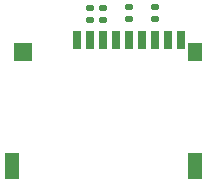
<source format=gbp>
%TF.GenerationSoftware,KiCad,Pcbnew,(6.0.11)*%
%TF.CreationDate,2023-01-29T19:30:00+08:00*%
%TF.ProjectId,UINIO-Cubic-Prism,55494e49-4f2d-4437-9562-69632d507269,Version 3.0.0*%
%TF.SameCoordinates,PX8dfe190PY501e410*%
%TF.FileFunction,Paste,Bot*%
%TF.FilePolarity,Positive*%
%FSLAX46Y46*%
G04 Gerber Fmt 4.6, Leading zero omitted, Abs format (unit mm)*
G04 Created by KiCad (PCBNEW (6.0.11)) date 2023-01-29 19:30:00*
%MOMM*%
%LPD*%
G01*
G04 APERTURE LIST*
G04 Aperture macros list*
%AMRoundRect*
0 Rectangle with rounded corners*
0 $1 Rounding radius*
0 $2 $3 $4 $5 $6 $7 $8 $9 X,Y pos of 4 corners*
0 Add a 4 corners polygon primitive as box body*
4,1,4,$2,$3,$4,$5,$6,$7,$8,$9,$2,$3,0*
0 Add four circle primitives for the rounded corners*
1,1,$1+$1,$2,$3*
1,1,$1+$1,$4,$5*
1,1,$1+$1,$6,$7*
1,1,$1+$1,$8,$9*
0 Add four rect primitives between the rounded corners*
20,1,$1+$1,$2,$3,$4,$5,0*
20,1,$1+$1,$4,$5,$6,$7,0*
20,1,$1+$1,$6,$7,$8,$9,0*
20,1,$1+$1,$8,$9,$2,$3,0*%
G04 Aperture macros list end*
%ADD10RoundRect,0.135000X-0.185000X0.135000X-0.185000X-0.135000X0.185000X-0.135000X0.185000X0.135000X0*%
%ADD11R,0.700000X1.600000*%
%ADD12R,1.200000X1.500000*%
%ADD13R,1.200000X2.200000*%
%ADD14R,1.600000X1.500000*%
G04 APERTURE END LIST*
D10*
%TO.C,R1*%
X4230000Y-9680000D03*
X4230000Y-10700000D03*
%TD*%
%TO.C,R4*%
X-1250000Y-9720000D03*
X-1250000Y-10740000D03*
%TD*%
%TO.C,R3*%
X2030000Y-9680000D03*
X2030000Y-10700000D03*
%TD*%
%TO.C,R2*%
X-160000Y-9720000D03*
X-160000Y-10740000D03*
%TD*%
D11*
%TO.C,Card1*%
X-2358481Y-12507215D03*
X-1258481Y-12507215D03*
X-159481Y-12507215D03*
X941519Y-12507215D03*
X2040519Y-12507215D03*
X3141519Y-12507215D03*
X4240519Y-12507215D03*
X5340519Y-12507215D03*
X6440519Y-12507215D03*
D12*
X7640519Y-13507215D03*
D13*
X7632519Y-23107215D03*
X-7867481Y-23107215D03*
D14*
X-6967481Y-13507215D03*
%TD*%
M02*

</source>
